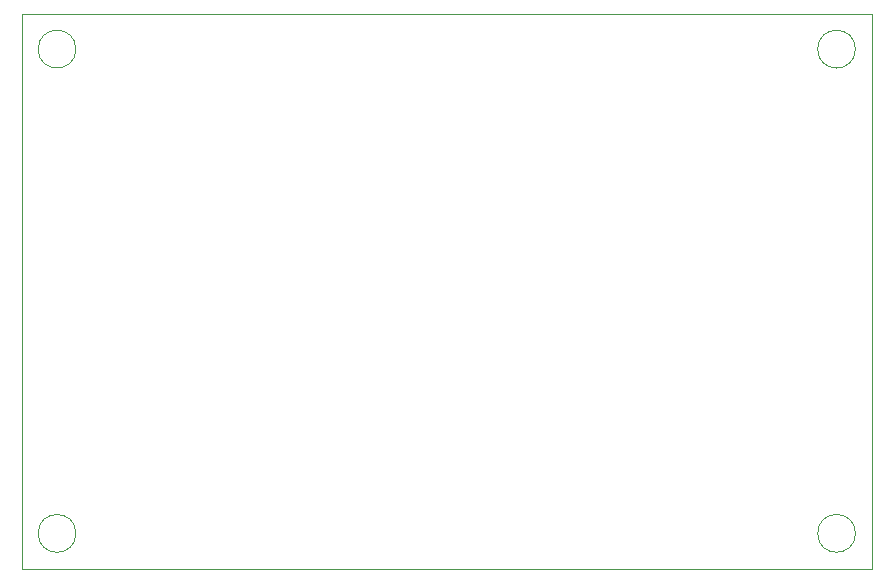
<source format=gbr>
%TF.GenerationSoftware,KiCad,Pcbnew,(5.1.12)-1*%
%TF.CreationDate,2022-07-23T17:19:18+09:00*%
%TF.ProjectId,FullBridge_demo_kit,46756c6c-4272-4696-9467-655f64656d6f,rev?*%
%TF.SameCoordinates,Original*%
%TF.FileFunction,Profile,NP*%
%FSLAX46Y46*%
G04 Gerber Fmt 4.6, Leading zero omitted, Abs format (unit mm)*
G04 Created by KiCad (PCBNEW (5.1.12)-1) date 2022-07-23 17:19:18*
%MOMM*%
%LPD*%
G01*
G04 APERTURE LIST*
%TA.AperFunction,Profile*%
%ADD10C,0.050000*%
%TD*%
G04 APERTURE END LIST*
D10*
X187000000Y-122100000D02*
G75*
G03*
X187000000Y-122100000I-1600000J0D01*
G01*
X121000000Y-81100000D02*
G75*
G03*
X121000000Y-81100000I-1600000J0D01*
G01*
X187000000Y-81100000D02*
G75*
G03*
X187000000Y-81100000I-1600000J0D01*
G01*
X116400000Y-78100000D02*
X188400000Y-78100000D01*
X188400000Y-125100000D02*
X116400000Y-125100000D01*
X188400000Y-78100000D02*
X188400000Y-125100000D01*
X121000000Y-122100000D02*
G75*
G03*
X121000000Y-122100000I-1600000J0D01*
G01*
X116400000Y-125100000D02*
X116400000Y-78100000D01*
M02*

</source>
